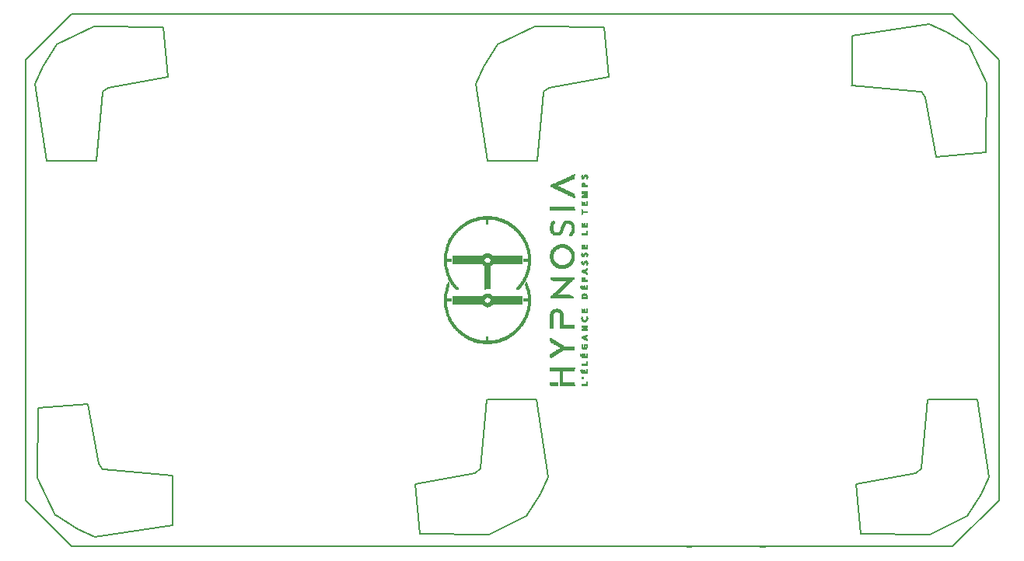
<source format=gto>
G04*
G04 #@! TF.GenerationSoftware,Altium Limited,Altium Designer,19.0.10 (269)*
G04*
G04 Layer_Color=65535*
%FSLAX44Y44*%
%MOMM*%
G71*
G01*
G75*
%ADD10C,0.0508*%
%ADD11C,0.1500*%
%ADD12C,0.2000*%
D10*
X612248Y402541D02*
Y403049D01*
Y317705D02*
Y318213D01*
Y308561D02*
Y309069D01*
Y248109D02*
Y249125D01*
X611740Y401017D02*
Y404573D01*
Y391873D02*
Y393905D01*
Y385777D02*
Y387301D01*
Y382729D02*
Y384253D01*
Y380189D02*
Y381713D01*
Y371553D02*
Y376125D01*
Y363933D02*
Y365457D01*
Y348185D02*
Y352757D01*
Y340057D02*
Y344121D01*
Y324817D02*
Y328881D01*
Y316181D02*
Y319229D01*
Y307037D02*
Y310593D01*
Y301449D02*
Y302973D01*
Y296877D02*
Y298401D01*
Y289257D02*
Y290781D01*
Y280113D02*
Y284685D01*
Y269953D02*
Y274017D01*
Y254713D02*
Y259285D01*
Y246585D02*
Y250649D01*
Y238965D02*
Y240489D01*
Y235409D02*
Y236933D01*
Y229313D02*
Y230837D01*
Y224741D02*
Y226265D01*
Y216613D02*
Y220169D01*
Y205945D02*
Y210517D01*
Y197817D02*
Y201881D01*
Y189181D02*
Y193245D01*
Y175465D02*
Y180037D01*
X611232Y401017D02*
Y405081D01*
Y391873D02*
Y393905D01*
Y385777D02*
Y387301D01*
Y382729D02*
Y384761D01*
Y380189D02*
Y381713D01*
Y371553D02*
Y376125D01*
Y363933D02*
Y365457D01*
Y348185D02*
Y352757D01*
Y340057D02*
Y344121D01*
Y324817D02*
Y328881D01*
Y315673D02*
Y320245D01*
Y307037D02*
Y311101D01*
Y301449D02*
Y302973D01*
Y296877D02*
Y298909D01*
Y289257D02*
Y290781D01*
Y280113D02*
Y284685D01*
Y269953D02*
Y274525D01*
Y254713D02*
Y259285D01*
Y246077D02*
Y250649D01*
Y238457D02*
Y240489D01*
Y235409D02*
Y236933D01*
Y229313D02*
Y230837D01*
Y224741D02*
Y226773D01*
Y215597D02*
Y220169D01*
Y205945D02*
Y210517D01*
Y197817D02*
Y201881D01*
Y189181D02*
Y193245D01*
Y175465D02*
Y180037D01*
X610724Y403557D02*
Y405081D01*
Y401017D02*
Y402033D01*
Y391873D02*
Y393905D01*
Y385777D02*
Y387301D01*
Y382729D02*
Y384761D01*
Y380189D02*
Y381713D01*
Y375109D02*
Y375617D01*
Y371553D02*
Y373077D01*
Y363933D02*
Y365457D01*
Y351741D02*
Y352249D01*
Y348185D02*
Y349709D01*
Y340057D02*
Y341581D01*
Y324817D02*
Y326341D01*
Y318213D02*
Y320245D01*
Y315673D02*
Y317197D01*
Y309577D02*
Y311609D01*
Y307037D02*
Y308561D01*
Y300941D02*
Y302973D01*
Y297385D02*
Y298909D01*
Y289257D02*
Y290781D01*
Y280113D02*
Y282145D01*
Y269953D02*
Y275033D01*
Y258269D02*
Y259285D01*
Y254713D02*
Y256237D01*
Y249633D02*
Y250141D01*
Y245569D02*
Y248109D01*
Y238457D02*
Y240489D01*
Y235409D02*
Y236933D01*
Y228805D02*
Y230837D01*
Y225249D02*
Y226773D01*
Y219153D02*
Y220169D01*
Y215089D02*
Y217629D01*
Y210009D02*
Y210517D01*
Y205945D02*
Y207977D01*
Y197817D02*
Y199341D01*
Y189181D02*
Y190705D01*
Y175465D02*
Y176989D01*
X610216Y404065D02*
Y405589D01*
Y391873D02*
Y393905D01*
Y385777D02*
Y387301D01*
Y382221D02*
Y385269D01*
Y380189D02*
Y381713D01*
Y371553D02*
Y373077D01*
Y363933D02*
Y365457D01*
Y348185D02*
Y349709D01*
Y340057D02*
Y341581D01*
Y324817D02*
Y326341D01*
Y318721D02*
Y320245D01*
Y310085D02*
Y311609D01*
Y297385D02*
Y302465D01*
Y289257D02*
Y290781D01*
Y280113D02*
Y282145D01*
Y273509D02*
Y275541D01*
Y269953D02*
Y271985D01*
Y254713D02*
Y256237D01*
Y245569D02*
Y247093D01*
Y237949D02*
Y240489D01*
Y235409D02*
Y236933D01*
Y225249D02*
Y230329D01*
Y219153D02*
Y220169D01*
Y215089D02*
Y216613D01*
Y205945D02*
Y207977D01*
Y197817D02*
Y199341D01*
Y189181D02*
Y190705D01*
Y175465D02*
Y176989D01*
X609708Y403557D02*
Y405589D01*
Y391873D02*
Y393397D01*
Y385777D02*
Y387301D01*
Y382221D02*
Y385269D01*
Y380189D02*
Y381713D01*
Y371553D02*
Y373077D01*
Y363933D02*
Y365457D01*
Y348185D02*
Y349709D01*
Y340057D02*
Y341581D01*
Y324817D02*
Y326341D01*
Y318721D02*
Y320245D01*
Y309577D02*
Y311609D01*
Y297385D02*
Y302465D01*
Y289257D02*
Y290781D01*
Y280113D02*
Y282145D01*
Y274017D02*
Y275541D01*
Y269953D02*
Y271985D01*
Y254713D02*
Y256237D01*
Y245061D02*
Y247093D01*
Y237949D02*
Y240489D01*
Y235409D02*
Y236933D01*
Y225249D02*
Y230329D01*
Y219153D02*
Y220169D01*
Y215089D02*
Y216613D01*
Y205945D02*
Y207977D01*
Y197817D02*
Y199341D01*
Y189181D02*
Y190705D01*
Y175465D02*
Y176989D01*
X609200Y403049D02*
Y405081D01*
Y391873D02*
Y395429D01*
Y385777D02*
Y387301D01*
Y382221D02*
Y385269D01*
Y380189D02*
Y381713D01*
Y371553D02*
Y375617D01*
Y363933D02*
Y365457D01*
Y348185D02*
Y352249D01*
Y340057D02*
Y341581D01*
Y324817D02*
Y328881D01*
Y317705D02*
Y320245D01*
Y309069D02*
Y311101D01*
Y297893D02*
Y301957D01*
Y289257D02*
Y292813D01*
Y280113D02*
Y284177D01*
Y274017D02*
Y275541D01*
Y269953D02*
Y271985D01*
Y254713D02*
Y258777D01*
Y245061D02*
Y246585D01*
Y237441D02*
Y240489D01*
Y235409D02*
Y236933D01*
Y225757D02*
Y229821D01*
Y218137D02*
Y220169D01*
Y215089D02*
Y216613D01*
Y205945D02*
Y210517D01*
Y197817D02*
Y199341D01*
Y189181D02*
Y192737D01*
Y175465D02*
Y176989D01*
X608692Y401525D02*
Y405081D01*
Y391873D02*
Y395937D01*
Y385777D02*
Y387301D01*
Y383745D02*
Y385269D01*
Y380189D02*
Y383237D01*
Y371553D02*
Y375617D01*
Y363933D02*
Y365457D01*
Y348185D02*
Y352249D01*
Y340057D02*
Y341581D01*
Y324817D02*
Y328881D01*
Y316689D02*
Y319737D01*
Y308053D02*
Y311101D01*
Y297893D02*
Y301957D01*
Y289257D02*
Y293321D01*
Y280113D02*
Y284685D01*
Y274017D02*
Y276049D01*
Y269953D02*
Y271985D01*
Y254713D02*
Y259285D01*
Y245061D02*
Y246585D01*
Y235409D02*
Y240489D01*
Y227789D02*
Y229821D01*
Y225757D02*
Y227281D01*
Y218137D02*
Y220169D01*
Y215089D02*
Y216613D01*
Y205945D02*
Y210517D01*
Y197817D02*
Y199341D01*
Y189181D02*
Y192737D01*
Y175465D02*
Y176989D01*
X608184Y401525D02*
Y404573D01*
Y391873D02*
Y396445D01*
Y384253D02*
Y387301D01*
Y380189D02*
Y383237D01*
Y371553D02*
Y375617D01*
Y363933D02*
Y365457D01*
Y348185D02*
Y352249D01*
Y340057D02*
Y341581D01*
Y324817D02*
Y328881D01*
Y316181D02*
Y319229D01*
Y307545D02*
Y310593D01*
Y297893D02*
Y301957D01*
Y289257D02*
Y293321D01*
Y280113D02*
Y284685D01*
Y274017D02*
Y276049D01*
Y269953D02*
Y271985D01*
Y254713D02*
Y259285D01*
Y245061D02*
Y246585D01*
Y238965D02*
Y240489D01*
Y235409D02*
Y238457D01*
Y225757D02*
Y229821D01*
Y218137D02*
Y220169D01*
Y215089D02*
Y216613D01*
Y205945D02*
Y210517D01*
Y197817D02*
Y199341D01*
Y189181D02*
Y192737D01*
Y175465D02*
Y176989D01*
X607676Y401017D02*
Y403049D01*
Y394921D02*
Y396445D01*
Y391873D02*
Y393905D01*
Y384253D02*
Y387301D01*
Y380189D02*
Y383237D01*
Y373585D02*
Y375109D01*
Y371553D02*
Y373077D01*
Y363933D02*
Y365457D01*
Y350217D02*
Y351741D01*
Y348185D02*
Y349709D01*
Y340057D02*
Y341581D01*
Y324817D02*
Y328373D01*
Y316181D02*
Y318213D01*
Y307545D02*
Y309577D01*
Y298401D02*
Y301449D01*
Y291797D02*
Y293321D01*
Y289257D02*
Y290781D01*
Y280113D02*
Y283669D01*
Y274017D02*
Y275541D01*
Y269953D02*
Y271985D01*
Y256745D02*
Y258777D01*
Y254713D02*
Y256237D01*
Y245061D02*
Y247093D01*
Y238965D02*
Y240489D01*
Y235409D02*
Y237949D01*
Y226265D02*
Y229313D01*
Y215089D02*
Y216613D01*
Y205945D02*
Y210009D01*
Y197817D02*
Y199341D01*
Y189181D02*
Y192229D01*
Y183085D02*
Y184101D01*
Y175465D02*
Y176989D01*
X607168Y401017D02*
Y402541D01*
Y394921D02*
Y396445D01*
Y391873D02*
Y393905D01*
Y384253D02*
Y387301D01*
Y380189D02*
Y382729D01*
Y371553D02*
Y373077D01*
Y363933D02*
Y365457D01*
Y348185D02*
Y349709D01*
Y340057D02*
Y341581D01*
Y324817D02*
Y326341D01*
Y316181D02*
Y317705D01*
Y307037D02*
Y308561D01*
Y298401D02*
Y301449D01*
Y291797D02*
Y293321D01*
Y289257D02*
Y290781D01*
Y280113D02*
Y282145D01*
Y273509D02*
Y275541D01*
Y269953D02*
Y271985D01*
Y254713D02*
Y256237D01*
Y245569D02*
Y247093D01*
Y238965D02*
Y240489D01*
Y235409D02*
Y237949D01*
Y226265D02*
Y229313D01*
Y215089D02*
Y217121D01*
Y205945D02*
Y207977D01*
Y197817D02*
Y199341D01*
Y189181D02*
Y190705D01*
Y183085D02*
Y184609D01*
Y175465D02*
Y176989D01*
X606660Y401017D02*
Y404573D01*
Y391873D02*
Y396445D01*
Y384761D02*
Y387301D01*
Y380697D02*
Y382729D01*
Y371553D02*
Y375617D01*
Y362409D02*
Y366981D01*
Y348185D02*
Y352249D01*
Y340057D02*
Y341581D01*
Y324817D02*
Y328881D01*
Y316181D02*
Y319737D01*
Y307545D02*
Y311101D01*
Y298909D02*
Y301449D01*
Y289257D02*
Y293321D01*
Y280113D02*
Y284177D01*
Y269953D02*
Y275033D01*
Y254713D02*
Y258777D01*
Y245569D02*
Y250141D01*
Y238965D02*
Y240489D01*
Y235409D02*
Y237441D01*
Y226773D02*
Y228805D01*
Y215597D02*
Y220169D01*
Y205945D02*
Y210009D01*
Y197817D02*
Y199341D01*
Y189181D02*
Y192737D01*
Y183085D02*
Y184609D01*
Y175465D02*
Y176989D01*
X606152Y401017D02*
Y405081D01*
Y391873D02*
Y395937D01*
Y384761D02*
Y386793D01*
Y380697D02*
Y382221D01*
Y371553D02*
Y376125D01*
Y361901D02*
Y367489D01*
Y348185D02*
Y352249D01*
Y340057D02*
Y341581D01*
Y324817D02*
Y328881D01*
Y316181D02*
Y320245D01*
Y307545D02*
Y311101D01*
Y298909D02*
Y300941D01*
Y289257D02*
Y293321D01*
Y280113D02*
Y284685D01*
Y269953D02*
Y274525D01*
Y254713D02*
Y259285D01*
Y246077D02*
Y250649D01*
Y238965D02*
Y240489D01*
Y235409D02*
Y237441D01*
Y226773D02*
Y228805D01*
Y216105D02*
Y220169D01*
Y205945D02*
Y210517D01*
Y197817D02*
Y199341D01*
Y189181D02*
Y193245D01*
Y183085D02*
Y184609D01*
Y175465D02*
Y176989D01*
X605644Y401525D02*
Y405081D01*
Y391873D02*
Y395429D01*
Y385269D02*
Y386793D01*
Y380697D02*
Y382221D01*
Y371553D02*
Y376125D01*
Y361901D02*
Y367489D01*
Y348185D02*
Y352249D01*
Y340057D02*
Y341581D01*
Y324817D02*
Y328881D01*
Y316689D02*
Y320245D01*
Y308053D02*
Y311101D01*
Y298909D02*
Y300941D01*
Y289257D02*
Y292813D01*
Y280113D02*
Y284685D01*
Y269953D02*
Y274017D01*
Y255221D02*
Y259285D01*
Y247093D02*
Y250649D01*
Y238965D02*
Y240489D01*
Y235409D02*
Y236933D01*
Y226773D02*
Y228805D01*
Y216613D02*
Y220169D01*
Y206453D02*
Y210517D01*
Y197817D02*
Y199341D01*
Y189181D02*
Y193245D01*
Y183085D02*
Y184609D01*
Y175465D02*
Y176989D01*
X605136Y403049D02*
Y403557D01*
Y317705D02*
Y318721D01*
Y309069D02*
Y310085D01*
Y281637D02*
Y283161D01*
Y248617D02*
Y249125D01*
Y207977D02*
Y209501D01*
Y190197D02*
Y191721D01*
X604628Y282145D02*
Y283669D01*
Y207977D02*
Y209501D01*
Y190705D02*
Y192229D01*
X604120Y282145D02*
Y283669D01*
Y207977D02*
Y210009D01*
Y191213D02*
Y192229D01*
X598024Y404573D02*
Y405589D01*
Y380697D02*
Y381713D01*
Y366981D02*
Y367997D01*
Y193753D02*
Y194769D01*
Y175465D02*
Y176481D01*
X597516Y401525D02*
Y405589D01*
Y380697D02*
Y384761D01*
Y366981D02*
Y370537D01*
Y343105D02*
Y350217D01*
Y312625D02*
Y319737D01*
Y292813D02*
Y293321D01*
Y237949D02*
Y241505D01*
Y214581D02*
Y218137D01*
Y191213D02*
Y194769D01*
Y175465D02*
Y179021D01*
X597008Y401017D02*
Y405081D01*
Y380697D02*
Y384761D01*
Y366981D02*
Y370537D01*
Y342089D02*
Y350725D01*
Y311609D02*
Y321261D01*
Y291797D02*
Y293321D01*
Y237949D02*
Y241505D01*
Y214581D02*
Y218137D01*
Y191213D02*
Y194769D01*
Y175465D02*
Y179021D01*
X596500Y401017D02*
Y405081D01*
Y380697D02*
Y384761D01*
Y366981D02*
Y370537D01*
Y341073D02*
Y352249D01*
Y310085D02*
Y322277D01*
Y291289D02*
Y293321D01*
Y270969D02*
Y271985D01*
Y237949D02*
Y241505D01*
Y214581D02*
Y218137D01*
Y191213D02*
Y194769D01*
Y175465D02*
Y179021D01*
X595992Y400509D02*
Y404573D01*
Y381205D02*
Y385269D01*
Y366981D02*
Y370537D01*
Y340565D02*
Y352757D01*
Y309577D02*
Y322785D01*
Y290781D02*
Y293321D01*
Y270969D02*
Y272493D01*
Y237949D02*
Y241505D01*
Y214581D02*
Y218137D01*
Y191213D02*
Y194769D01*
Y175465D02*
Y179021D01*
X595484Y400509D02*
Y404573D01*
Y381205D02*
Y385269D01*
Y366981D02*
Y370537D01*
Y339549D02*
Y353265D01*
Y308561D02*
Y323801D01*
Y290273D02*
Y293321D01*
Y270969D02*
Y272493D01*
Y237949D02*
Y241505D01*
Y214581D02*
Y218137D01*
Y191213D02*
Y194769D01*
Y175465D02*
Y179021D01*
X594976Y400001D02*
Y404573D01*
Y381713D02*
Y385777D01*
Y366981D02*
Y370537D01*
Y347677D02*
Y353773D01*
Y339041D02*
Y345645D01*
Y308053D02*
Y324309D01*
Y289765D02*
Y293321D01*
Y270969D02*
Y273001D01*
Y237949D02*
Y241505D01*
Y214581D02*
Y218137D01*
Y191213D02*
Y194769D01*
Y175465D02*
Y179021D01*
X594468Y400001D02*
Y404065D01*
Y381713D02*
Y385777D01*
Y366981D02*
Y370537D01*
Y349709D02*
Y354281D01*
Y338533D02*
Y344121D01*
Y307545D02*
Y324817D01*
Y289257D02*
Y293321D01*
Y270969D02*
Y273001D01*
Y237949D02*
Y241505D01*
Y214581D02*
Y218137D01*
Y191213D02*
Y194769D01*
Y175465D02*
Y179021D01*
X593960Y400001D02*
Y404065D01*
Y382221D02*
Y386285D01*
Y366981D02*
Y370537D01*
Y350725D02*
Y354281D01*
Y338533D02*
Y343105D01*
Y319737D02*
Y325325D01*
Y307037D02*
Y313133D01*
Y289257D02*
Y293321D01*
Y270969D02*
Y273509D01*
Y237949D02*
Y241505D01*
Y214581D02*
Y218137D01*
Y191213D02*
Y194769D01*
Y175465D02*
Y179021D01*
X593452Y399493D02*
Y403557D01*
Y382221D02*
Y386285D01*
Y366981D02*
Y370537D01*
Y351233D02*
Y354789D01*
Y338533D02*
Y342089D01*
Y320753D02*
Y325833D01*
Y306529D02*
Y312117D01*
Y288749D02*
Y293321D01*
Y270969D02*
Y274017D01*
Y237949D02*
Y241505D01*
Y214581D02*
Y218137D01*
Y191213D02*
Y194769D01*
Y175465D02*
Y179021D01*
X592944Y399493D02*
Y403557D01*
Y382729D02*
Y386285D01*
Y366981D02*
Y370537D01*
Y351741D02*
Y354789D01*
Y338533D02*
Y341581D01*
Y321261D02*
Y326341D01*
Y306021D02*
Y311101D01*
Y288241D02*
Y293321D01*
Y270969D02*
Y274017D01*
Y237949D02*
Y241505D01*
Y214581D02*
Y218137D01*
Y191213D02*
Y194769D01*
Y175465D02*
Y179021D01*
X592436Y398985D02*
Y403049D01*
Y382729D02*
Y386793D01*
Y366981D02*
Y370537D01*
Y351741D02*
Y355297D01*
Y339041D02*
Y340565D01*
Y322277D02*
Y326849D01*
Y305513D02*
Y310085D01*
Y287733D02*
Y293321D01*
Y270969D02*
Y274525D01*
Y237949D02*
Y241505D01*
Y214581D02*
Y218137D01*
Y191213D02*
Y194769D01*
Y175465D02*
Y179021D01*
X591928Y398985D02*
Y403049D01*
Y383237D02*
Y387301D01*
Y366981D02*
Y370537D01*
Y352249D02*
Y355297D01*
Y322785D02*
Y327357D01*
Y305513D02*
Y309577D01*
Y287225D02*
Y293321D01*
Y270969D02*
Y274525D01*
Y237949D02*
Y241505D01*
Y214581D02*
Y218137D01*
Y191213D02*
Y194769D01*
Y175465D02*
Y179021D01*
X591420Y398477D02*
Y402541D01*
Y383237D02*
Y387301D01*
Y366981D02*
Y370537D01*
Y352249D02*
Y355297D01*
Y323293D02*
Y327357D01*
Y305005D02*
Y309069D01*
Y286717D02*
Y293321D01*
Y270969D02*
Y274525D01*
Y237949D02*
Y241505D01*
Y214581D02*
Y218137D01*
Y191213D02*
Y194769D01*
Y175465D02*
Y179021D01*
X590912Y398477D02*
Y402541D01*
Y383237D02*
Y387301D01*
Y366981D02*
Y370537D01*
Y352249D02*
Y355297D01*
Y323801D02*
Y327865D01*
Y304497D02*
Y308561D01*
Y286209D02*
Y293321D01*
Y270969D02*
Y274525D01*
Y237949D02*
Y241505D01*
Y214581D02*
Y218137D01*
Y191213D02*
Y194769D01*
Y175465D02*
Y179021D01*
X590404Y397969D02*
Y402033D01*
Y383745D02*
Y387809D01*
Y366981D02*
Y370537D01*
Y352249D02*
Y355297D01*
Y324309D02*
Y327865D01*
Y304497D02*
Y308561D01*
Y285701D02*
Y293321D01*
Y270969D02*
Y274525D01*
Y237949D02*
Y241505D01*
Y214581D02*
Y218137D01*
Y191213D02*
Y194769D01*
Y175465D02*
Y179021D01*
X589896Y397969D02*
Y402033D01*
Y384253D02*
Y387809D01*
Y366981D02*
Y370537D01*
Y352249D02*
Y355297D01*
Y324309D02*
Y328373D01*
Y303989D02*
Y308053D01*
Y289765D02*
Y293321D01*
Y285193D02*
Y289257D01*
Y270969D02*
Y274525D01*
Y237949D02*
Y241505D01*
Y214581D02*
Y218137D01*
Y191213D02*
Y194769D01*
Y175465D02*
Y179021D01*
X589388Y397969D02*
Y402033D01*
Y384253D02*
Y388317D01*
Y366981D02*
Y370537D01*
Y352249D02*
Y355297D01*
Y324817D02*
Y328373D01*
Y303989D02*
Y308053D01*
Y289765D02*
Y293321D01*
Y284685D02*
Y289257D01*
Y270969D02*
Y274525D01*
Y237949D02*
Y241505D01*
Y214581D02*
Y218137D01*
Y191213D02*
Y194769D01*
Y175465D02*
Y179021D01*
X588880Y397461D02*
Y401525D01*
Y384253D02*
Y388317D01*
Y366981D02*
Y370537D01*
Y352249D02*
Y355297D01*
Y324817D02*
Y328881D01*
Y303989D02*
Y307545D01*
Y289765D02*
Y293321D01*
Y284177D02*
Y288749D01*
Y270969D02*
Y274525D01*
Y237949D02*
Y241505D01*
Y214581D02*
Y218137D01*
Y191213D02*
Y194769D01*
Y175465D02*
Y179021D01*
X588372Y397461D02*
Y401017D01*
Y384761D02*
Y388825D01*
Y366981D02*
Y370537D01*
Y351741D02*
Y355297D01*
Y325325D02*
Y328881D01*
Y303481D02*
Y307545D01*
Y289765D02*
Y293321D01*
Y283669D02*
Y288241D01*
Y270969D02*
Y274525D01*
Y237949D02*
Y241505D01*
Y214581D02*
Y218137D01*
Y191213D02*
Y194769D01*
Y175465D02*
Y179021D01*
X587864Y396953D02*
Y401017D01*
Y385269D02*
Y388825D01*
Y366981D02*
Y370537D01*
Y350725D02*
Y354789D01*
Y325325D02*
Y328881D01*
Y303481D02*
Y307037D01*
Y289765D02*
Y293321D01*
Y282653D02*
Y287733D01*
Y270969D02*
Y274525D01*
Y237949D02*
Y241505D01*
Y214581D02*
Y218137D01*
Y191213D02*
Y194769D01*
Y175465D02*
Y179021D01*
X587356Y396953D02*
Y400509D01*
Y385269D02*
Y389333D01*
Y366981D02*
Y370537D01*
Y350217D02*
Y354789D01*
Y325325D02*
Y329389D01*
Y303481D02*
Y307037D01*
Y289765D02*
Y293321D01*
Y282653D02*
Y287225D01*
Y270969D02*
Y274525D01*
Y237949D02*
Y241505D01*
Y214581D02*
Y218137D01*
Y191213D02*
Y194769D01*
Y175465D02*
Y179021D01*
X586848Y396445D02*
Y400509D01*
Y385777D02*
Y389333D01*
Y366981D02*
Y370537D01*
Y348693D02*
Y354281D01*
Y325833D02*
Y329389D01*
Y302973D02*
Y307037D01*
Y289765D02*
Y293321D01*
Y282145D02*
Y286717D01*
Y270969D02*
Y274525D01*
Y237949D02*
Y241505D01*
Y214581D02*
Y218137D01*
Y191213D02*
Y194769D01*
Y175465D02*
Y179021D01*
X586340Y396445D02*
Y400509D01*
Y385777D02*
Y389841D01*
Y366981D02*
Y370537D01*
Y347677D02*
Y353773D01*
Y325833D02*
Y329389D01*
Y302973D02*
Y307037D01*
Y289765D02*
Y293321D01*
Y281637D02*
Y286209D01*
Y270969D02*
Y274525D01*
Y237949D02*
Y241505D01*
Y214581D02*
Y218137D01*
Y191213D02*
Y194769D01*
Y175465D02*
Y179021D01*
X585832Y395937D02*
Y400001D01*
Y386285D02*
Y389841D01*
Y366981D02*
Y370537D01*
Y345645D02*
Y353265D01*
Y325833D02*
Y329389D01*
Y302973D02*
Y307037D01*
Y289765D02*
Y293321D01*
Y281129D02*
Y285701D01*
Y270969D02*
Y274525D01*
Y237949D02*
Y252681D01*
Y214073D02*
Y218645D01*
Y191213D02*
Y194769D01*
Y175465D02*
Y179021D01*
X585324Y395937D02*
Y400001D01*
Y386285D02*
Y390349D01*
Y366981D02*
Y370537D01*
Y344629D02*
Y352757D01*
Y325833D02*
Y329389D01*
Y302973D02*
Y307037D01*
Y289765D02*
Y293321D01*
Y280621D02*
Y285193D01*
Y270969D02*
Y274525D01*
Y237949D02*
Y254205D01*
Y214073D02*
Y219153D01*
Y191213D02*
Y194769D01*
Y175465D02*
Y179021D01*
X584816Y395937D02*
Y399493D01*
Y386285D02*
Y390349D01*
Y366981D02*
Y370537D01*
Y343105D02*
Y351741D01*
Y325833D02*
Y329389D01*
Y302973D02*
Y306529D01*
Y289765D02*
Y293321D01*
Y280113D02*
Y284685D01*
Y270969D02*
Y274525D01*
Y237949D02*
Y255221D01*
Y213565D02*
Y219153D01*
Y175465D02*
Y194769D01*
X584308Y395429D02*
Y399493D01*
Y386793D02*
Y390857D01*
Y366981D02*
Y370537D01*
Y342597D02*
Y351233D01*
Y325833D02*
Y329389D01*
Y302973D02*
Y306529D01*
Y289765D02*
Y293321D01*
Y279605D02*
Y284177D01*
Y270969D02*
Y274525D01*
Y237949D02*
Y256237D01*
Y213565D02*
Y219661D01*
Y175465D02*
Y194769D01*
X583800Y395429D02*
Y398985D01*
Y386793D02*
Y390857D01*
Y366981D02*
Y370537D01*
Y341581D02*
Y349709D01*
Y325833D02*
Y329389D01*
Y302973D02*
Y307037D01*
Y289765D02*
Y293321D01*
Y279097D02*
Y283669D01*
Y270969D02*
Y274525D01*
Y237949D02*
Y256745D01*
Y213057D02*
Y220169D01*
Y175465D02*
Y194769D01*
X583292Y395429D02*
Y398985D01*
Y387301D02*
Y391365D01*
Y366981D02*
Y370537D01*
Y341073D02*
Y348185D01*
Y325833D02*
Y329389D01*
Y302973D02*
Y307037D01*
Y289765D02*
Y293321D01*
Y278589D02*
Y283161D01*
Y270969D02*
Y274525D01*
Y237949D02*
Y257253D01*
Y212549D02*
Y220169D01*
Y175465D02*
Y194769D01*
X582784Y394921D02*
Y398477D01*
Y387301D02*
Y391365D01*
Y366981D02*
Y370537D01*
Y340565D02*
Y346661D01*
Y325833D02*
Y329389D01*
Y302973D02*
Y307037D01*
Y289765D02*
Y293321D01*
Y278081D02*
Y282653D01*
Y270969D02*
Y274525D01*
Y237949D02*
Y257761D01*
Y212549D02*
Y220677D01*
Y175465D02*
Y194769D01*
X582276Y394921D02*
Y398477D01*
Y387809D02*
Y391365D01*
Y366981D02*
Y370537D01*
Y340057D02*
Y345137D01*
Y325833D02*
Y329389D01*
Y303481D02*
Y307037D01*
Y289765D02*
Y293321D01*
Y277573D02*
Y282145D01*
Y270969D02*
Y274525D01*
Y237949D02*
Y258269D01*
Y216613D02*
Y220677D01*
Y212041D02*
Y216105D01*
Y175465D02*
Y194769D01*
X581768Y394413D02*
Y397969D01*
Y387809D02*
Y391873D01*
Y366981D02*
Y370537D01*
Y340057D02*
Y344121D01*
Y325833D02*
Y329389D01*
Y303481D02*
Y307037D01*
Y289765D02*
Y293321D01*
Y277065D02*
Y281637D01*
Y270969D02*
Y274525D01*
Y253697D02*
Y258269D01*
Y217121D02*
Y221185D01*
Y211533D02*
Y216105D01*
Y191213D02*
Y194769D01*
X581260Y394413D02*
Y397969D01*
Y388317D02*
Y391873D01*
Y366981D02*
Y370537D01*
Y339549D02*
Y343105D01*
Y325325D02*
Y328881D01*
Y303481D02*
Y307037D01*
Y289765D02*
Y292813D01*
Y276557D02*
Y281129D01*
Y270969D02*
Y274525D01*
Y254713D02*
Y258269D01*
Y217629D02*
Y221185D01*
Y211533D02*
Y215597D01*
Y191213D02*
Y194769D01*
X580752Y393905D02*
Y397969D01*
Y388317D02*
Y392381D01*
Y366981D02*
Y370537D01*
Y339549D02*
Y342597D01*
Y325325D02*
Y328881D01*
Y303481D02*
Y307037D01*
Y289765D02*
Y292813D01*
Y276557D02*
Y280621D01*
Y270969D02*
Y274525D01*
Y255221D02*
Y258777D01*
Y217629D02*
Y221693D01*
Y211025D02*
Y215597D01*
Y191213D02*
Y194769D01*
X580244Y393905D02*
Y397461D01*
Y388825D02*
Y392381D01*
Y366981D02*
Y370537D01*
Y339549D02*
Y342597D01*
Y324817D02*
Y328881D01*
Y303989D02*
Y307545D01*
Y289765D02*
Y292813D01*
Y276049D02*
Y280113D01*
Y270969D02*
Y274525D01*
Y255729D02*
Y258777D01*
Y218137D02*
Y222201D01*
Y211025D02*
Y215089D01*
Y191213D02*
Y194769D01*
X579736Y393905D02*
Y397461D01*
Y388825D02*
Y392889D01*
Y366981D02*
Y370537D01*
Y339549D02*
Y342597D01*
Y324817D02*
Y328373D01*
Y303989D02*
Y307545D01*
Y289765D02*
Y292813D01*
Y275541D02*
Y279605D01*
Y270969D02*
Y274525D01*
Y255729D02*
Y258777D01*
Y218645D02*
Y222201D01*
Y210517D02*
Y214581D01*
Y191213D02*
Y194769D01*
Y175465D02*
Y179021D01*
X579228Y393397D02*
Y396953D01*
Y389333D02*
Y392889D01*
Y366981D02*
Y370537D01*
Y339549D02*
Y342597D01*
Y324817D02*
Y328373D01*
Y303989D02*
Y308053D01*
Y289765D02*
Y292813D01*
Y275033D02*
Y279097D01*
Y270969D02*
Y274525D01*
Y255729D02*
Y259285D01*
Y218645D02*
Y222709D01*
Y210009D02*
Y214581D01*
Y191213D02*
Y194769D01*
Y175465D02*
Y179021D01*
X578720Y393397D02*
Y396953D01*
Y389333D02*
Y392889D01*
Y366981D02*
Y370537D01*
Y339549D02*
Y342597D01*
Y324309D02*
Y327865D01*
Y304497D02*
Y308053D01*
Y289765D02*
Y292813D01*
Y270969D02*
Y278589D01*
Y255729D02*
Y259285D01*
Y219153D02*
Y223217D01*
Y210009D02*
Y214073D01*
Y191213D02*
Y194769D01*
Y175465D02*
Y179021D01*
X578212Y389333D02*
Y396445D01*
Y366981D02*
Y370537D01*
Y339549D02*
Y342597D01*
Y323801D02*
Y327865D01*
Y304497D02*
Y308561D01*
Y289765D02*
Y292813D01*
Y270969D02*
Y278081D01*
Y255729D02*
Y259285D01*
Y219661D02*
Y223217D01*
Y209501D02*
Y214073D01*
Y191213D02*
Y194769D01*
Y175465D02*
Y179021D01*
X577704Y389841D02*
Y396445D01*
Y366981D02*
Y370537D01*
Y339549D02*
Y342597D01*
Y323293D02*
Y327865D01*
Y305005D02*
Y309069D01*
Y289765D02*
Y292813D01*
Y270969D02*
Y278081D01*
Y255729D02*
Y259285D01*
Y219661D02*
Y223725D01*
Y209501D02*
Y213565D01*
Y191213D02*
Y194769D01*
Y175465D02*
Y179021D01*
X577196Y389841D02*
Y395937D01*
Y366981D02*
Y370537D01*
Y339549D02*
Y342597D01*
Y322785D02*
Y327357D01*
Y305005D02*
Y309577D01*
Y289765D02*
Y292813D01*
Y270969D02*
Y277065D01*
Y255729D02*
Y258777D01*
Y220169D02*
Y223725D01*
Y208993D02*
Y213057D01*
Y191213D02*
Y194769D01*
Y175465D02*
Y179021D01*
X576688Y390349D02*
Y395937D01*
Y366981D02*
Y370537D01*
Y339549D02*
Y342597D01*
Y322277D02*
Y326849D01*
Y305513D02*
Y310085D01*
Y289765D02*
Y292813D01*
Y270969D02*
Y277065D01*
Y255729D02*
Y258777D01*
Y220169D02*
Y224233D01*
Y208485D02*
Y213057D01*
Y191213D02*
Y194769D01*
Y175465D02*
Y179021D01*
X576180Y390349D02*
Y395937D01*
Y366981D02*
Y370537D01*
Y352757D02*
Y354281D01*
Y339549D02*
Y342597D01*
Y321769D02*
Y326341D01*
Y306021D02*
Y310593D01*
Y289765D02*
Y292813D01*
Y270969D02*
Y276557D01*
Y255221D02*
Y258777D01*
Y220677D02*
Y224741D01*
Y208485D02*
Y212549D01*
Y191213D02*
Y194769D01*
Y175465D02*
Y179021D01*
X575672Y390857D02*
Y395429D01*
Y366981D02*
Y370537D01*
Y351741D02*
Y354789D01*
Y339549D02*
Y343105D01*
Y320753D02*
Y326341D01*
Y306529D02*
Y311609D01*
Y289765D02*
Y292813D01*
Y270969D02*
Y276049D01*
Y255221D02*
Y258777D01*
Y220677D02*
Y224741D01*
Y207977D02*
Y212041D01*
Y191213D02*
Y194769D01*
Y175465D02*
Y179021D01*
X575164Y390857D02*
Y395429D01*
Y366981D02*
Y370537D01*
Y351233D02*
Y355297D01*
Y340057D02*
Y343613D01*
Y319737D02*
Y325833D01*
Y307037D02*
Y312625D01*
Y289765D02*
Y292813D01*
Y270969D02*
Y275541D01*
Y254205D02*
Y258269D01*
Y221185D02*
Y225249D01*
Y207977D02*
Y212041D01*
Y191213D02*
Y194769D01*
Y175465D02*
Y179021D01*
X574656Y391365D02*
Y395429D01*
Y366981D02*
Y370537D01*
Y350217D02*
Y355297D01*
Y340057D02*
Y344121D01*
Y318721D02*
Y325325D01*
Y307037D02*
Y314149D01*
Y289765D02*
Y292813D01*
Y270969D02*
Y275033D01*
Y253697D02*
Y258269D01*
Y221693D02*
Y225757D01*
Y207469D02*
Y211533D01*
Y191213D02*
Y194769D01*
Y175465D02*
Y179021D01*
X574148Y391365D02*
Y394921D01*
Y366981D02*
Y370537D01*
Y347169D02*
Y355297D01*
Y340565D02*
Y346661D01*
Y308053D02*
Y324817D01*
Y290273D02*
Y292813D01*
Y270969D02*
Y274525D01*
Y237949D02*
Y257761D01*
Y221693D02*
Y225757D01*
Y206961D02*
Y211533D01*
Y191213D02*
Y194769D01*
Y175465D02*
Y179021D01*
X573640Y391873D02*
Y394921D01*
Y366981D02*
Y370537D01*
Y341073D02*
Y354281D01*
Y308561D02*
Y323801D01*
Y290273D02*
Y292813D01*
Y270969D02*
Y274017D01*
Y237949D02*
Y257253D01*
Y222201D02*
Y226265D01*
Y206961D02*
Y211025D01*
Y191213D02*
Y194769D01*
Y175465D02*
Y179021D01*
X573132Y391873D02*
Y394413D01*
Y366981D02*
Y370537D01*
Y341581D02*
Y353773D01*
Y309069D02*
Y323293D01*
Y290781D02*
Y292813D01*
Y270969D02*
Y273509D01*
Y237949D02*
Y256745D01*
Y222201D02*
Y226773D01*
Y206453D02*
Y210517D01*
Y191213D02*
Y194769D01*
Y175465D02*
Y179021D01*
X572624Y391873D02*
Y394413D01*
Y366981D02*
Y370537D01*
Y342089D02*
Y352757D01*
Y310085D02*
Y322277D01*
Y291289D02*
Y292813D01*
Y270969D02*
Y273001D01*
Y237949D02*
Y256237D01*
Y222709D02*
Y226773D01*
Y205945D02*
Y210517D01*
Y191213D02*
Y194769D01*
Y175465D02*
Y179021D01*
X572116Y392381D02*
Y393905D01*
Y366981D02*
Y370537D01*
Y342597D02*
Y352249D01*
Y311101D02*
Y321769D01*
Y291797D02*
Y292813D01*
Y270969D02*
Y272493D01*
Y237949D02*
Y255729D01*
Y223217D02*
Y227281D01*
Y205945D02*
Y210009D01*
Y191213D02*
Y194769D01*
Y175465D02*
Y179021D01*
X571608Y392381D02*
Y393905D01*
Y366981D02*
Y370537D01*
Y343613D02*
Y350725D01*
Y312117D02*
Y320245D01*
Y292305D02*
Y292813D01*
Y270969D02*
Y271985D01*
Y238457D02*
Y254713D01*
Y223217D02*
Y227281D01*
Y205945D02*
Y209501D01*
Y191213D02*
Y194769D01*
Y175465D02*
Y179021D01*
X571100Y366981D02*
Y370537D01*
Y345137D02*
Y349201D01*
Y314149D02*
Y318213D01*
Y238457D02*
Y253189D01*
Y224233D02*
Y227281D01*
Y206453D02*
Y209501D01*
Y191213D02*
Y194769D01*
Y175973D02*
Y178513D01*
X549764Y306529D02*
Y318721D01*
Y262333D02*
Y274525D01*
X549256Y303989D02*
Y321261D01*
Y259793D02*
Y277065D01*
X548748Y301449D02*
Y323801D01*
Y257253D02*
Y279605D01*
X548240Y299417D02*
Y325325D01*
Y255729D02*
Y281129D01*
X547732Y297893D02*
Y326849D01*
Y254205D02*
Y282653D01*
X547224Y296877D02*
Y328373D01*
Y252681D02*
Y284177D01*
X546716Y319229D02*
Y329897D01*
Y311101D02*
Y313133D01*
Y295353D02*
Y306021D01*
Y275033D02*
Y285701D01*
Y267921D02*
Y269445D01*
Y251157D02*
Y261825D01*
X546208Y321769D02*
Y330913D01*
Y311101D02*
Y313133D01*
Y294337D02*
Y302973D01*
Y277573D02*
Y286717D01*
Y267413D02*
Y269953D01*
Y250141D02*
Y259285D01*
X545700Y323801D02*
Y331929D01*
Y311101D02*
Y313133D01*
Y292813D02*
Y301449D01*
Y279605D02*
Y288241D01*
Y267413D02*
Y269953D01*
Y249125D02*
Y257253D01*
X545192Y325833D02*
Y332945D01*
Y311101D02*
Y313133D01*
Y292305D02*
Y299417D01*
Y281637D02*
Y288241D01*
Y267413D02*
Y269953D01*
Y248109D02*
Y255221D01*
X544684Y326849D02*
Y333961D01*
Y311101D02*
Y313133D01*
Y290781D02*
Y297893D01*
Y283161D02*
Y288241D01*
Y267413D02*
Y269953D01*
Y247093D02*
Y253697D01*
X544176Y328881D02*
Y334977D01*
Y311101D02*
Y313133D01*
Y290273D02*
Y296369D01*
Y284685D02*
Y286717D01*
Y267413D02*
Y269953D01*
Y246077D02*
Y252173D01*
X543668Y329897D02*
Y335993D01*
Y311101D02*
Y313133D01*
Y289257D02*
Y295353D01*
Y267413D02*
Y269953D01*
Y245061D02*
Y251157D01*
X543160Y330913D02*
Y337009D01*
Y311101D02*
Y313133D01*
Y288241D02*
Y293829D01*
Y267413D02*
Y269953D01*
Y244045D02*
Y250141D01*
X542652Y331929D02*
Y337517D01*
Y311101D02*
Y313133D01*
Y287733D02*
Y293321D01*
Y267413D02*
Y269953D01*
Y243537D02*
Y249125D01*
X542144Y332945D02*
Y338533D01*
Y311101D02*
Y313133D01*
Y286717D02*
Y292305D01*
Y267413D02*
Y269445D01*
Y242521D02*
Y248109D01*
X541636Y333961D02*
Y339041D01*
Y286209D02*
Y291289D01*
Y242013D02*
Y247093D01*
X541128Y334977D02*
Y340057D01*
Y285193D02*
Y290273D01*
Y240997D02*
Y246077D01*
X540620Y335485D02*
Y340565D01*
Y308053D02*
Y316689D01*
Y284685D02*
Y289257D01*
Y264365D02*
Y272493D01*
Y240489D02*
Y245569D01*
X540112Y336501D02*
Y341073D01*
Y308053D02*
Y316689D01*
Y283669D02*
Y288749D01*
Y264365D02*
Y273001D01*
Y239981D02*
Y244553D01*
X539604Y337009D02*
Y341581D01*
Y308053D02*
Y316689D01*
Y283161D02*
Y287733D01*
Y264365D02*
Y273001D01*
Y239473D02*
Y244045D01*
X539096Y338025D02*
Y342597D01*
Y308053D02*
Y316689D01*
Y282653D02*
Y287225D01*
Y264365D02*
Y273001D01*
Y238457D02*
Y243029D01*
X538588Y338533D02*
Y343105D01*
Y308053D02*
Y316689D01*
Y282145D02*
Y286717D01*
Y264365D02*
Y273001D01*
Y237949D02*
Y242521D01*
X538080Y339041D02*
Y343613D01*
Y308053D02*
Y316689D01*
Y281637D02*
Y285701D01*
Y264365D02*
Y273001D01*
Y237441D02*
Y242013D01*
X537572Y340057D02*
Y344121D01*
Y308053D02*
Y316689D01*
Y281129D02*
Y285193D01*
Y264365D02*
Y273001D01*
Y236933D02*
Y240997D01*
X537064Y340565D02*
Y344629D01*
Y308053D02*
Y316689D01*
Y280621D02*
Y284685D01*
Y264365D02*
Y273001D01*
Y236425D02*
Y240489D01*
X536556Y341073D02*
Y345137D01*
Y308053D02*
Y316689D01*
Y280621D02*
Y284177D01*
Y264365D02*
Y273001D01*
Y235917D02*
Y239981D01*
X536048Y341581D02*
Y345645D01*
Y308053D02*
Y316689D01*
Y280621D02*
Y283161D01*
Y264365D02*
Y273001D01*
Y235409D02*
Y239473D01*
X535540Y342597D02*
Y346153D01*
Y308053D02*
Y316689D01*
Y280621D02*
Y282653D01*
Y264365D02*
Y273001D01*
Y234901D02*
Y238965D01*
X535032Y343105D02*
Y346661D01*
Y308053D02*
Y316689D01*
Y280621D02*
Y282145D01*
Y264365D02*
Y273001D01*
Y234393D02*
Y237949D01*
X534524Y343613D02*
Y347169D01*
Y308053D02*
Y316689D01*
Y280621D02*
Y282145D01*
Y264365D02*
Y273001D01*
Y233885D02*
Y237441D01*
X534016Y344121D02*
Y347677D01*
Y308053D02*
Y316689D01*
Y264365D02*
Y273001D01*
Y233377D02*
Y236933D01*
X533508Y344629D02*
Y348185D01*
Y308053D02*
Y316689D01*
Y264365D02*
Y273001D01*
Y232869D02*
Y236425D01*
X533000Y345137D02*
Y348693D01*
Y308053D02*
Y316689D01*
Y264365D02*
Y273001D01*
Y232361D02*
Y235917D01*
X532492Y345137D02*
Y349201D01*
Y308053D02*
Y316689D01*
Y264365D02*
Y273001D01*
Y231853D02*
Y235917D01*
X531984Y345645D02*
Y349709D01*
Y308053D02*
Y316689D01*
Y264365D02*
Y273001D01*
Y231345D02*
Y235409D01*
X531476Y346153D02*
Y350217D01*
Y308053D02*
Y316689D01*
Y264365D02*
Y273001D01*
Y230837D02*
Y234901D01*
X530968Y346661D02*
Y350217D01*
Y308053D02*
Y316689D01*
Y264365D02*
Y273001D01*
Y230837D02*
Y234393D01*
X530460Y347169D02*
Y350725D01*
Y308053D02*
Y316689D01*
Y264365D02*
Y273001D01*
Y230329D02*
Y233885D01*
X529952Y347677D02*
Y351233D01*
Y308053D02*
Y316689D01*
Y264365D02*
Y273001D01*
Y229821D02*
Y233377D01*
X529444Y348185D02*
Y351233D01*
Y308053D02*
Y316689D01*
Y264365D02*
Y273001D01*
Y229821D02*
Y233377D01*
X528936Y348185D02*
Y351741D01*
Y308053D02*
Y316689D01*
Y264365D02*
Y273001D01*
Y229313D02*
Y232869D01*
X528428Y348693D02*
Y352249D01*
Y308053D02*
Y316689D01*
Y264365D02*
Y273001D01*
Y228805D02*
Y232361D01*
X527920Y349201D02*
Y352249D01*
Y308053D02*
Y316689D01*
Y264365D02*
Y273001D01*
Y228805D02*
Y231853D01*
X527412Y349201D02*
Y352757D01*
Y308053D02*
Y316689D01*
Y264365D02*
Y273001D01*
Y228297D02*
Y231853D01*
X526904Y349709D02*
Y353265D01*
Y308053D02*
Y316689D01*
Y264365D02*
Y273001D01*
Y227789D02*
Y231345D01*
X526396Y350217D02*
Y353265D01*
Y308053D02*
Y316689D01*
Y264365D02*
Y273001D01*
Y227789D02*
Y230837D01*
X525888Y350217D02*
Y353773D01*
Y308053D02*
Y316689D01*
Y264365D02*
Y273001D01*
Y227281D02*
Y230837D01*
X525380Y350725D02*
Y353773D01*
Y308053D02*
Y316689D01*
Y264365D02*
Y273001D01*
Y227281D02*
Y230329D01*
X524872Y351233D02*
Y354281D01*
Y308053D02*
Y316689D01*
Y264365D02*
Y273001D01*
Y226773D02*
Y229821D01*
X524364Y351233D02*
Y354789D01*
Y308053D02*
Y316689D01*
Y264365D02*
Y273001D01*
Y226265D02*
Y229821D01*
X523856Y351741D02*
Y354789D01*
Y308053D02*
Y316689D01*
Y264365D02*
Y273001D01*
Y226265D02*
Y229313D01*
X523348Y351741D02*
Y355297D01*
Y308053D02*
Y316689D01*
Y264365D02*
Y273001D01*
Y225757D02*
Y229313D01*
X522840Y352249D02*
Y355297D01*
Y308053D02*
Y316689D01*
Y264365D02*
Y273001D01*
Y225757D02*
Y228805D01*
X522332Y352249D02*
Y355297D01*
Y308053D02*
Y316689D01*
Y264365D02*
Y273001D01*
Y225757D02*
Y228805D01*
X521824Y352757D02*
Y355805D01*
Y308053D02*
Y316689D01*
Y264365D02*
Y273001D01*
Y225249D02*
Y228297D01*
X521316Y352757D02*
Y355805D01*
Y308053D02*
Y316689D01*
Y264365D02*
Y273001D01*
Y225249D02*
Y228297D01*
X520808Y353265D02*
Y356313D01*
Y308053D02*
Y316689D01*
Y264365D02*
Y273001D01*
Y224741D02*
Y227789D01*
X520300Y353265D02*
Y356313D01*
Y308053D02*
Y316689D01*
Y264365D02*
Y273001D01*
Y224741D02*
Y227789D01*
X519792Y353265D02*
Y356821D01*
Y308053D02*
Y316689D01*
Y264365D02*
Y273001D01*
Y224233D02*
Y227789D01*
X519284Y353773D02*
Y356821D01*
Y308053D02*
Y316689D01*
Y264365D02*
Y273001D01*
Y224233D02*
Y227281D01*
X518776Y353773D02*
Y356821D01*
Y308053D02*
Y316689D01*
Y264365D02*
Y273001D01*
Y224233D02*
Y227281D01*
X518268Y354281D02*
Y357329D01*
Y308053D02*
Y316689D01*
Y264365D02*
Y273001D01*
Y223725D02*
Y226773D01*
X517760Y354281D02*
Y357329D01*
Y308053D02*
Y316689D01*
Y264365D02*
Y273001D01*
Y223725D02*
Y226773D01*
X517252Y354281D02*
Y357837D01*
Y308053D02*
Y316689D01*
Y264365D02*
Y273001D01*
Y223217D02*
Y226773D01*
X516744Y354789D02*
Y357837D01*
Y308053D02*
Y316689D01*
Y264365D02*
Y273001D01*
Y223217D02*
Y226265D01*
X516236Y354789D02*
Y357837D01*
Y308053D02*
Y316689D01*
Y264365D02*
Y273001D01*
Y223217D02*
Y226265D01*
X515728Y354789D02*
Y357837D01*
Y308053D02*
Y316689D01*
Y264365D02*
Y273001D01*
Y223217D02*
Y226265D01*
X515220Y355297D02*
Y358345D01*
Y308053D02*
Y316689D01*
Y264365D02*
Y273001D01*
Y222709D02*
Y225757D01*
X514712Y355297D02*
Y358345D01*
Y308053D02*
Y316689D01*
Y264365D02*
Y273001D01*
Y222709D02*
Y225757D01*
X514204Y355297D02*
Y358345D01*
Y308053D02*
Y316689D01*
Y264365D02*
Y273001D01*
Y222709D02*
Y225757D01*
X513696Y355805D02*
Y358345D01*
Y308053D02*
Y316689D01*
Y264365D02*
Y273001D01*
Y222709D02*
Y225249D01*
X513188Y355805D02*
Y358853D01*
Y308053D02*
Y316689D01*
Y264365D02*
Y273001D01*
Y222201D02*
Y225249D01*
X512680Y355805D02*
Y358853D01*
Y308053D02*
Y316689D01*
Y264365D02*
Y273001D01*
Y222201D02*
Y225249D01*
X512172Y355805D02*
Y358853D01*
Y308053D02*
Y316689D01*
Y264365D02*
Y273001D01*
Y222201D02*
Y225249D01*
X511664Y355805D02*
Y358853D01*
Y308053D02*
Y316689D01*
Y264365D02*
Y273001D01*
Y222201D02*
Y225249D01*
X511156Y356313D02*
Y358853D01*
Y308053D02*
Y316689D01*
Y264365D02*
Y273001D01*
Y221693D02*
Y224741D01*
X510648Y356313D02*
Y359361D01*
Y308053D02*
Y316689D01*
Y264365D02*
Y273001D01*
Y221693D02*
Y224741D01*
X510140Y356313D02*
Y359361D01*
Y308053D02*
Y316689D01*
Y264365D02*
Y273001D01*
Y221693D02*
Y224741D01*
X509632Y356313D02*
Y359361D01*
Y308053D02*
Y316689D01*
Y264365D02*
Y273001D01*
Y221693D02*
Y224741D01*
X509124Y356313D02*
Y359361D01*
Y308053D02*
Y316689D01*
Y264365D02*
Y273001D01*
Y221693D02*
Y224741D01*
X508616Y356821D02*
Y359361D01*
Y308053D02*
Y316689D01*
Y264365D02*
Y272493D01*
Y221693D02*
Y224233D01*
X508108Y356821D02*
Y359361D01*
Y307545D02*
Y317197D01*
Y263857D02*
Y273001D01*
Y221693D02*
Y224233D01*
X507600Y356821D02*
Y359869D01*
Y307037D02*
Y317705D01*
Y263349D02*
Y273509D01*
Y221185D02*
Y224233D01*
X507092Y356821D02*
Y359869D01*
Y306529D02*
Y318213D01*
Y262841D02*
Y274017D01*
Y221185D02*
Y224233D01*
X506584Y356821D02*
Y359869D01*
Y306529D02*
Y318213D01*
Y262333D02*
Y274525D01*
Y221185D02*
Y224233D01*
X506076Y356821D02*
Y359869D01*
Y313641D02*
Y318721D01*
Y281129D02*
Y311101D01*
Y269953D02*
Y274525D01*
Y262333D02*
Y267413D01*
Y221185D02*
Y224233D01*
X505568Y356821D02*
Y359869D01*
Y314657D02*
Y318721D01*
Y281129D02*
Y310085D01*
Y270461D02*
Y275033D01*
Y261825D02*
Y266397D01*
Y221185D02*
Y224233D01*
X505060Y356821D02*
Y359869D01*
Y314657D02*
Y319229D01*
Y281129D02*
Y309577D01*
Y270969D02*
Y275033D01*
Y261825D02*
Y265889D01*
Y221185D02*
Y224233D01*
X504552Y356821D02*
Y359869D01*
Y315165D02*
Y319229D01*
Y281637D02*
Y309577D01*
Y271477D02*
Y275033D01*
Y261825D02*
Y265889D01*
Y221185D02*
Y224233D01*
X504044Y356821D02*
Y359869D01*
Y315165D02*
Y319229D01*
Y281637D02*
Y309069D01*
Y271477D02*
Y275033D01*
Y261825D02*
Y265381D01*
Y221185D02*
Y224233D01*
X503536Y351233D02*
Y359869D01*
Y315165D02*
Y319229D01*
Y281637D02*
Y309069D01*
Y271985D02*
Y275033D01*
Y261317D02*
Y265381D01*
Y221185D02*
Y228805D01*
X503028Y351233D02*
Y359869D01*
Y315673D02*
Y319229D01*
Y281637D02*
Y309069D01*
Y271985D02*
Y275033D01*
Y261317D02*
Y265381D01*
Y221185D02*
Y228805D01*
X502520Y351233D02*
Y359869D01*
Y315165D02*
Y319229D01*
Y281637D02*
Y309069D01*
Y271985D02*
Y275033D01*
Y261317D02*
Y265381D01*
Y221185D02*
Y228805D01*
X502012Y351233D02*
Y359869D01*
Y315165D02*
Y319229D01*
Y281637D02*
Y309069D01*
Y271477D02*
Y275033D01*
Y261825D02*
Y265381D01*
Y221185D02*
Y228805D01*
X501504Y356821D02*
Y359869D01*
Y315165D02*
Y319229D01*
Y281129D02*
Y309069D01*
Y271477D02*
Y275033D01*
Y261825D02*
Y265889D01*
Y221185D02*
Y224233D01*
X500996Y356821D02*
Y359869D01*
Y314657D02*
Y319229D01*
Y281129D02*
Y309577D01*
Y270969D02*
Y275033D01*
Y261825D02*
Y265889D01*
Y221185D02*
Y224233D01*
X500488Y356821D02*
Y359869D01*
Y314149D02*
Y318721D01*
Y280621D02*
Y310085D01*
Y270461D02*
Y275033D01*
Y261825D02*
Y266397D01*
Y221185D02*
Y224233D01*
X499980Y356821D02*
Y359869D01*
Y313641D02*
Y318721D01*
Y280621D02*
Y311101D01*
Y269445D02*
Y274525D01*
Y262333D02*
Y267413D01*
Y221185D02*
Y224233D01*
X499472Y356821D02*
Y359869D01*
Y306529D02*
Y318213D01*
Y262333D02*
Y274525D01*
Y221185D02*
Y224233D01*
X498964Y356821D02*
Y359869D01*
Y306529D02*
Y318213D01*
Y262841D02*
Y274017D01*
Y221185D02*
Y224233D01*
X498456Y356821D02*
Y359869D01*
Y307037D02*
Y317705D01*
Y263349D02*
Y273509D01*
Y221185D02*
Y224233D01*
X497948Y356821D02*
Y359361D01*
Y307545D02*
Y317197D01*
Y263857D02*
Y273001D01*
Y221693D02*
Y224233D01*
X497440Y356821D02*
Y359361D01*
Y308053D02*
Y316689D01*
Y264365D02*
Y273001D01*
Y221693D02*
Y224233D01*
X496932Y356821D02*
Y359361D01*
Y308053D02*
Y316689D01*
Y264365D02*
Y273001D01*
Y221693D02*
Y224233D01*
X496424Y356313D02*
Y359361D01*
Y308053D02*
Y316689D01*
Y264365D02*
Y273001D01*
Y221693D02*
Y224741D01*
X495916Y356313D02*
Y359361D01*
Y308053D02*
Y316689D01*
Y264365D02*
Y273001D01*
Y221693D02*
Y224741D01*
X495408Y356313D02*
Y359361D01*
Y308053D02*
Y316689D01*
Y264365D02*
Y273001D01*
Y221693D02*
Y224741D01*
X494900Y356313D02*
Y359361D01*
Y308053D02*
Y316689D01*
Y264365D02*
Y273001D01*
Y221693D02*
Y224741D01*
X494392Y356313D02*
Y358853D01*
Y308053D02*
Y316689D01*
Y264365D02*
Y273001D01*
Y222201D02*
Y224741D01*
X493884Y355805D02*
Y358853D01*
Y308053D02*
Y316689D01*
Y264365D02*
Y273001D01*
Y222201D02*
Y225249D01*
X493376Y355805D02*
Y358853D01*
Y308053D02*
Y316689D01*
Y264365D02*
Y273001D01*
Y222201D02*
Y225249D01*
X492868Y355805D02*
Y358853D01*
Y308053D02*
Y316689D01*
Y264365D02*
Y273001D01*
Y222201D02*
Y225249D01*
X492360Y355805D02*
Y358853D01*
Y308053D02*
Y316689D01*
Y264365D02*
Y273001D01*
Y222201D02*
Y225249D01*
X491852Y355805D02*
Y358345D01*
Y308053D02*
Y316689D01*
Y264365D02*
Y273001D01*
Y222201D02*
Y225249D01*
X491344Y355297D02*
Y358345D01*
Y308053D02*
Y316689D01*
Y264365D02*
Y273001D01*
Y222709D02*
Y225757D01*
X490836Y355297D02*
Y358345D01*
Y308053D02*
Y316689D01*
Y264365D02*
Y273001D01*
Y222709D02*
Y225757D01*
X490328Y354789D02*
Y358345D01*
Y308053D02*
Y316689D01*
Y264365D02*
Y273001D01*
Y223217D02*
Y226265D01*
X489820Y354789D02*
Y357837D01*
Y308053D02*
Y316689D01*
Y264365D02*
Y273001D01*
Y223217D02*
Y226265D01*
X489312Y354789D02*
Y357837D01*
Y308053D02*
Y316689D01*
Y264365D02*
Y273001D01*
Y223217D02*
Y226265D01*
X488804Y354789D02*
Y357837D01*
Y308053D02*
Y316689D01*
Y264365D02*
Y273001D01*
Y223217D02*
Y226265D01*
X488296Y354789D02*
Y357837D01*
Y308053D02*
Y316689D01*
Y264365D02*
Y273001D01*
Y223217D02*
Y226773D01*
X487788Y354281D02*
Y357329D01*
Y308053D02*
Y316689D01*
Y264365D02*
Y273001D01*
Y223725D02*
Y226773D01*
X487280Y354281D02*
Y357329D01*
Y308053D02*
Y316689D01*
Y264365D02*
Y273001D01*
Y223725D02*
Y226773D01*
X486772Y353773D02*
Y356821D01*
Y308053D02*
Y316689D01*
Y264365D02*
Y273001D01*
Y224233D02*
Y227281D01*
X486264Y353773D02*
Y356821D01*
Y308053D02*
Y316689D01*
Y264365D02*
Y273001D01*
Y224233D02*
Y227281D01*
X485756Y353265D02*
Y356821D01*
Y308053D02*
Y316689D01*
Y264365D02*
Y273001D01*
Y224233D02*
Y227789D01*
X485248Y353265D02*
Y356313D01*
Y308053D02*
Y316689D01*
Y264365D02*
Y273001D01*
Y224741D02*
Y227789D01*
X484740Y353265D02*
Y356313D01*
Y308053D02*
Y316689D01*
Y264365D02*
Y273001D01*
Y224741D02*
Y227789D01*
X484232Y352757D02*
Y355805D01*
Y308053D02*
Y316689D01*
Y264365D02*
Y273001D01*
Y225249D02*
Y228297D01*
X483724Y352757D02*
Y355805D01*
Y308053D02*
Y316689D01*
Y264365D02*
Y273001D01*
Y225249D02*
Y228297D01*
X483216Y352249D02*
Y355805D01*
Y308053D02*
Y316689D01*
Y264365D02*
Y273001D01*
Y225249D02*
Y228805D01*
X482708Y352249D02*
Y355297D01*
Y308053D02*
Y316689D01*
Y264365D02*
Y273001D01*
Y225757D02*
Y228805D01*
X482200Y351741D02*
Y355297D01*
Y308053D02*
Y316689D01*
Y264365D02*
Y273001D01*
Y225757D02*
Y229313D01*
X481692Y351741D02*
Y354789D01*
Y308053D02*
Y316689D01*
Y264365D02*
Y273001D01*
Y226265D02*
Y229313D01*
X481184Y351233D02*
Y354789D01*
Y308053D02*
Y316689D01*
Y264365D02*
Y273001D01*
Y226265D02*
Y229821D01*
X480676Y351233D02*
Y354281D01*
Y308053D02*
Y316689D01*
Y264365D02*
Y273001D01*
Y226773D02*
Y229821D01*
X480168Y350725D02*
Y353773D01*
Y308053D02*
Y316689D01*
Y264365D02*
Y273001D01*
Y227281D02*
Y230329D01*
X479660Y350217D02*
Y353773D01*
Y308053D02*
Y316689D01*
Y264365D02*
Y273001D01*
Y227281D02*
Y230837D01*
X479152Y350217D02*
Y353265D01*
Y308053D02*
Y316689D01*
Y264365D02*
Y273001D01*
Y227789D02*
Y230837D01*
X478644Y349709D02*
Y353265D01*
Y308053D02*
Y316689D01*
Y264365D02*
Y273001D01*
Y227789D02*
Y231345D01*
X478136Y349201D02*
Y352757D01*
Y308053D02*
Y316689D01*
Y264365D02*
Y273001D01*
Y228297D02*
Y231853D01*
X477628Y349201D02*
Y352249D01*
Y308053D02*
Y316689D01*
Y264365D02*
Y273001D01*
Y228805D02*
Y231853D01*
X477120Y348693D02*
Y351741D01*
Y308053D02*
Y316689D01*
Y264365D02*
Y273001D01*
Y229313D02*
Y232361D01*
X476612Y348185D02*
Y351741D01*
Y308053D02*
Y316689D01*
Y264365D02*
Y273001D01*
Y229313D02*
Y232869D01*
X476104Y347677D02*
Y351233D01*
Y308053D02*
Y316689D01*
Y264365D02*
Y273001D01*
Y229821D02*
Y233377D01*
X475596Y347169D02*
Y350725D01*
Y308053D02*
Y316689D01*
Y264365D02*
Y273001D01*
Y230329D02*
Y233885D01*
X475088Y347169D02*
Y350725D01*
Y308053D02*
Y316689D01*
Y264365D02*
Y273001D01*
Y230329D02*
Y233885D01*
X474580Y346661D02*
Y350217D01*
Y308053D02*
Y316689D01*
Y264365D02*
Y273001D01*
Y230837D02*
Y234393D01*
X474072Y346153D02*
Y349709D01*
Y308053D02*
Y316689D01*
Y264365D02*
Y273001D01*
Y231345D02*
Y234901D01*
X473564Y345645D02*
Y349201D01*
Y308053D02*
Y316689D01*
Y264365D02*
Y273001D01*
Y231853D02*
Y235409D01*
X473056Y345645D02*
Y348693D01*
Y308053D02*
Y316689D01*
Y264365D02*
Y273001D01*
Y232361D02*
Y235409D01*
X472548Y345137D02*
Y348693D01*
Y308053D02*
Y316689D01*
Y264365D02*
Y273001D01*
Y232361D02*
Y235917D01*
X472040Y344629D02*
Y348185D01*
Y308053D02*
Y316689D01*
Y264365D02*
Y273001D01*
Y232869D02*
Y236425D01*
X471532Y344121D02*
Y347677D01*
Y308053D02*
Y316689D01*
Y264365D02*
Y273001D01*
Y233377D02*
Y236933D01*
X471024Y343613D02*
Y347169D01*
Y308053D02*
Y316689D01*
Y280621D02*
Y282145D01*
Y264365D02*
Y273001D01*
Y233885D02*
Y237441D01*
X470516Y343105D02*
Y346661D01*
Y308053D02*
Y316689D01*
Y280621D02*
Y282145D01*
Y264365D02*
Y273001D01*
Y234393D02*
Y237949D01*
X470008Y342597D02*
Y346153D01*
Y308053D02*
Y316689D01*
Y280621D02*
Y282653D01*
Y264365D02*
Y273001D01*
Y234901D02*
Y238457D01*
X469500Y342089D02*
Y345645D01*
Y308053D02*
Y316689D01*
Y280621D02*
Y283161D01*
Y264365D02*
Y273001D01*
Y235409D02*
Y238965D01*
X468992Y341073D02*
Y345137D01*
Y308053D02*
Y316689D01*
Y280621D02*
Y283669D01*
Y264365D02*
Y273001D01*
Y235917D02*
Y239981D01*
X468484Y340565D02*
Y344629D01*
Y308053D02*
Y316689D01*
Y280621D02*
Y284685D01*
Y264365D02*
Y273001D01*
Y236425D02*
Y240489D01*
X467976Y340057D02*
Y344121D01*
Y308053D02*
Y316689D01*
Y281129D02*
Y285193D01*
Y264365D02*
Y273001D01*
Y236933D02*
Y240997D01*
X467468Y339549D02*
Y343613D01*
Y308053D02*
Y316689D01*
Y281637D02*
Y285701D01*
Y264365D02*
Y273001D01*
Y237441D02*
Y241505D01*
X466960Y338533D02*
Y343105D01*
Y308053D02*
Y316689D01*
Y282145D02*
Y286209D01*
Y264365D02*
Y273001D01*
Y237949D02*
Y242521D01*
X466452Y338025D02*
Y342597D01*
Y308053D02*
Y316689D01*
Y282653D02*
Y287225D01*
Y264365D02*
Y273001D01*
Y238457D02*
Y243029D01*
X465944Y337009D02*
Y341581D01*
Y308053D02*
Y316689D01*
Y283161D02*
Y287733D01*
Y264365D02*
Y272493D01*
Y238965D02*
Y244045D01*
X465436Y336501D02*
Y341073D01*
Y308053D02*
Y316689D01*
Y283669D02*
Y288749D01*
Y264365D02*
Y272493D01*
Y239981D02*
Y244553D01*
X464928Y335993D02*
Y340565D01*
Y314657D02*
Y315673D01*
Y309069D02*
Y309577D01*
Y284685D02*
Y289257D01*
Y264873D02*
Y265889D01*
Y240489D02*
Y245061D01*
X464420Y334977D02*
Y340057D01*
Y285193D02*
Y290273D01*
Y240997D02*
Y246077D01*
X463912Y333961D02*
Y339041D01*
Y285701D02*
Y291289D01*
Y242013D02*
Y247093D01*
X463404Y332945D02*
Y338533D01*
Y311101D02*
Y313133D01*
Y286717D02*
Y292305D01*
Y267413D02*
Y269953D01*
Y242521D02*
Y248109D01*
X462896Y331929D02*
Y337517D01*
Y311101D02*
Y313133D01*
Y287225D02*
Y292813D01*
Y267413D02*
Y269953D01*
Y243029D02*
Y249125D01*
X462388Y330913D02*
Y337009D01*
Y311101D02*
Y313133D01*
Y288241D02*
Y294337D01*
Y267413D02*
Y269953D01*
Y244045D02*
Y250141D01*
X461880Y329897D02*
Y335993D01*
Y311101D02*
Y313133D01*
Y289257D02*
Y295353D01*
Y267413D02*
Y269953D01*
Y245061D02*
Y251157D01*
X461372Y328373D02*
Y335485D01*
Y311101D02*
Y313133D01*
Y289765D02*
Y296369D01*
Y284177D02*
Y286717D01*
Y267413D02*
Y269953D01*
Y245569D02*
Y252681D01*
X460864Y327357D02*
Y334469D01*
Y311101D02*
Y313133D01*
Y290781D02*
Y297893D01*
Y283161D02*
Y287733D01*
Y267413D02*
Y269953D01*
Y246585D02*
Y253697D01*
X460356Y325325D02*
Y333453D01*
Y311101D02*
Y313133D01*
Y291797D02*
Y299417D01*
Y281637D02*
Y288241D01*
Y267413D02*
Y269953D01*
Y247601D02*
Y255729D01*
X459848Y322785D02*
Y332437D01*
Y311101D02*
Y313133D01*
Y292813D02*
Y302465D01*
Y278589D02*
Y287733D01*
Y267413D02*
Y269953D01*
Y248617D02*
Y257761D01*
X459340Y320245D02*
Y330405D01*
Y311101D02*
Y313133D01*
Y294845D02*
Y304497D01*
Y276557D02*
Y286209D01*
Y267413D02*
Y269953D01*
Y250649D02*
Y260809D01*
X458832Y295861D02*
Y329389D01*
Y251665D02*
Y285193D01*
X458324Y297385D02*
Y327357D01*
Y253697D02*
Y283669D01*
X457816Y298909D02*
Y326341D01*
Y254713D02*
Y282145D01*
X457308Y300941D02*
Y324309D01*
Y256745D02*
Y280113D01*
X456800Y302465D02*
Y322277D01*
Y258777D02*
Y278081D01*
X456292Y306021D02*
Y319229D01*
Y261317D02*
Y275033D01*
X455784Y312117D02*
Y313641D01*
Y267413D02*
Y269445D01*
D11*
X904574Y68287D02*
X970013Y79935D01*
X970001Y80001D02*
X975666Y84533D01*
X975757Y85351D01*
X1036771Y160001D02*
X1049262Y76008D01*
X1041001Y57001D02*
X1049418Y75939D01*
X975757Y85351D02*
X982635Y160035D01*
X983001Y160001D02*
X1036771D01*
X1026001Y33001D02*
X1041001Y57001D01*
X985002Y13161D02*
X1026029Y32943D01*
X904597Y68289D02*
X909421Y13958D01*
X909421Y13917D02*
X985002Y13161D01*
X980065Y490013D02*
X991713Y424574D01*
X975467Y495666D02*
X979999Y490001D01*
X974649Y495757D02*
X975467Y495666D01*
X899999Y556771D02*
X983992Y569262D01*
X984061Y569418D02*
X1002999Y561001D01*
X899966Y502635D02*
X974649Y495757D01*
X899999Y503001D02*
Y556771D01*
X1002999Y561001D02*
X1026999Y546001D01*
X1027057Y546029D02*
X1046839Y505002D01*
X991711Y424597D02*
X1046042Y429421D01*
X1046083Y429421D02*
X1046839Y505002D01*
X569987Y500065D02*
X635426Y511713D01*
X564334Y495467D02*
X569999Y499999D01*
X564243Y494649D02*
X564334Y495467D01*
X490738Y503992D02*
X503229Y419999D01*
X490582Y504061D02*
X498999Y522999D01*
X557365Y419966D02*
X564243Y494649D01*
X503229Y419999D02*
X556999D01*
X498999Y522999D02*
X513999Y546999D01*
X513971Y547057D02*
X554998Y566839D01*
X630579Y566042D02*
X635403Y511711D01*
X554998Y566839D02*
X630579Y566083D01*
X424574Y68287D02*
X490013Y79935D01*
X490001Y80001D02*
X495666Y84533D01*
X495757Y85351D01*
X556771Y160001D02*
X569262Y76008D01*
X561001Y57001D02*
X569418Y75939D01*
X495757Y85351D02*
X502635Y160035D01*
X503001Y160001D02*
X556771D01*
X546001Y33001D02*
X561001Y57001D01*
X505002Y13161D02*
X546029Y32943D01*
X424597Y68289D02*
X429421Y13958D01*
X429421Y13917D02*
X505002Y13161D01*
X89987Y500065D02*
X155427Y511713D01*
X84334Y495467D02*
X89999Y499999D01*
X84243Y494649D02*
X84334Y495467D01*
X10738Y503992D02*
X23229Y419999D01*
X10582Y504061D02*
X18999Y522999D01*
X77365Y419966D02*
X84243Y494649D01*
X23229Y419999D02*
X76999D01*
X18999Y522999D02*
X33999Y546999D01*
X33971Y547057D02*
X74998Y566839D01*
X150579Y566042D02*
X155403Y511711D01*
X74998Y566839D02*
X150579Y566083D01*
X68287Y155427D02*
X79935Y89987D01*
X80001Y89999D02*
X84533Y84334D01*
X85351Y84243D01*
X76008Y10738D02*
X160001Y23229D01*
X57001Y18999D02*
X75939Y10582D01*
X85351Y84243D02*
X160035Y77365D01*
X160001Y23229D02*
Y76999D01*
X33001Y33999D02*
X57001Y18999D01*
X13161Y74998D02*
X32943Y33971D01*
X13958Y150579D02*
X68289Y155403D01*
X13161Y74998D02*
X13917Y150579D01*
D12*
X50000Y0D02*
X1010000D01*
X1060000Y50000D01*
Y530000D01*
X1010000Y580000D02*
X1060000Y530000D01*
X50000Y580000D02*
X1010000D01*
X0Y50000D02*
Y530000D01*
Y50000D02*
X50000Y0D01*
X0Y530000D02*
X50000Y580000D01*
X720500Y-250D02*
X725500D01*
X800500D02*
X805750D01*
M02*

</source>
